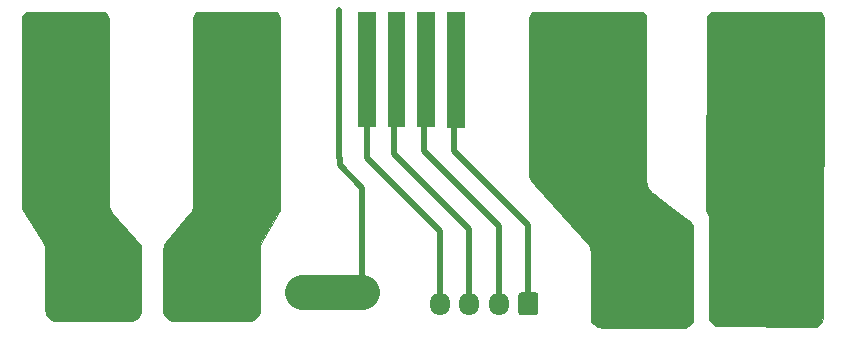
<source format=gbr>
%TF.GenerationSoftware,KiCad,Pcbnew,5.99.0-unknown-r18419-5b078893*%
%TF.CreationDate,2020-05-18T11:46:59+06:00*%
%TF.ProjectId,Flatpack,466c6174-7061-4636-9b2e-6b696361645f,rev?*%
%TF.SameCoordinates,Original*%
%TF.FileFunction,Copper,L1,Top*%
%TF.FilePolarity,Positive*%
%FSLAX46Y46*%
G04 Gerber Fmt 4.6, Leading zero omitted, Abs format (unit mm)*
G04 Created by KiCad (PCBNEW 5.99.0-unknown-r18419-5b078893) date 2020-05-18 11:46:59*
%MOMM*%
%LPD*%
G01*
G04 APERTURE LIST*
%TA.AperFunction,ComponentPad*%
%ADD10O,1.700000X1.950000*%
%TD*%
%TA.AperFunction,ComponentPad*%
%ADD11C,2.600000*%
%TD*%
%TA.AperFunction,ComponentPad*%
%ADD12R,2.600000X2.600000*%
%TD*%
%TA.AperFunction,ViaPad*%
%ADD13C,0.800000*%
%TD*%
%TA.AperFunction,Conductor*%
%ADD14C,0.500000*%
%TD*%
%TA.AperFunction,Conductor*%
%ADD15C,3.000000*%
%TD*%
%TA.AperFunction,Conductor*%
%ADD16C,0.250000*%
%TD*%
%TA.AperFunction,Conductor*%
%ADD17C,0.100000*%
%TD*%
G04 APERTURE END LIST*
D10*
%TO.P,J1,4,Pin_4*%
%TO.N,+1V0*%
X135950000Y-105000000D03*
%TO.P,J1,3,Pin_3*%
%TO.N,GNDD*%
X138450000Y-105000000D03*
%TO.P,J1,2,Pin_2*%
%TO.N,PRI_LO*%
X140950000Y-105000000D03*
%TO.P,J1,1,Pin_1*%
%TO.N,PRI_HI*%
%TA.AperFunction,ComponentPad*%
G36*
G01*
X144300000Y-104275000D02*
X144300000Y-105725000D01*
G75*
G02*
X144050000Y-105975000I-250000J0D01*
G01*
X142850000Y-105975000D01*
G75*
G02*
X142600000Y-105725000I0J250000D01*
G01*
X142600000Y-104275000D01*
G75*
G02*
X142850000Y-104025000I250000J0D01*
G01*
X144050000Y-104025000D01*
G75*
G02*
X144300000Y-104275000I0J-250000D01*
G01*
G37*
%TD.AperFunction*%
%TD*%
D11*
%TO.P,J3,4,Pin_4*%
%TO.N,GND*%
X165810000Y-103980000D03*
%TO.P,J3,3,Pin_3*%
X160730000Y-103980000D03*
%TO.P,J3,2,Pin_2*%
%TO.N,+48V*%
X155650000Y-103980000D03*
D12*
%TO.P,J3,1,Pin_1*%
X150570000Y-103980000D03*
%TD*%
D11*
%TO.P,J2,6,Pin_6*%
%TO.N,Earth*%
X129400000Y-104000000D03*
%TO.P,J2,5,Pin_5*%
X124320000Y-104000000D03*
%TO.P,J2,4,Pin_4*%
%TO.N,NEUT*%
X119240000Y-104000000D03*
%TO.P,J2,3,Pin_3*%
X114160000Y-104000000D03*
%TO.P,J2,2,Pin_2*%
%TO.N,LINE*%
X109080000Y-104000000D03*
D12*
%TO.P,J2,1,Pin_1*%
X104000000Y-104000000D03*
%TD*%
D13*
%TO.N,LINE*%
X101000000Y-96000000D03*
X103000000Y-96000000D03*
X105000000Y-96000000D03*
X107000000Y-96000000D03*
X106000000Y-94000000D03*
X104000000Y-94000000D03*
X102000000Y-94000000D03*
X101000000Y-92000000D03*
X103000000Y-92000000D03*
X105000000Y-92000000D03*
X107000000Y-92000000D03*
%TO.N,NEUT*%
X116000000Y-96000000D03*
X118000000Y-96000000D03*
X120000000Y-96000000D03*
X122000000Y-96000000D03*
X121000000Y-94000000D03*
X119000000Y-94000000D03*
X117000000Y-94000000D03*
X116000000Y-92000000D03*
X118000000Y-92000000D03*
X120000000Y-92000000D03*
X122000000Y-92000000D03*
%TO.N,+48V*%
X144000000Y-92000000D03*
X146000000Y-92000000D03*
X148000000Y-92000000D03*
X150000000Y-92000000D03*
X152000000Y-92000000D03*
X154000000Y-96000000D03*
%TO.N,GND*%
X168000000Y-96000000D03*
X166000000Y-96000000D03*
X164000000Y-96000000D03*
X162000000Y-96000000D03*
X160000000Y-96000000D03*
X159000000Y-94000000D03*
X161000000Y-94000000D03*
X163000000Y-94000000D03*
X165000000Y-94000000D03*
X167000000Y-94000000D03*
X168000000Y-92000000D03*
X166000000Y-92000000D03*
X164000000Y-92000000D03*
X162000000Y-92000000D03*
X160000000Y-92000000D03*
%TO.N,+48V*%
X152000000Y-96000000D03*
X150000000Y-96000000D03*
X148000000Y-96000000D03*
X146000000Y-96000000D03*
X145000000Y-94000000D03*
X147000000Y-94000000D03*
X149000000Y-94000000D03*
X151000000Y-94000000D03*
X153000000Y-94000000D03*
%TD*%
D14*
%TO.N,Earth*%
X127480060Y-93240860D02*
X127480060Y-92674288D01*
X127480060Y-92674288D02*
X127464820Y-92659048D01*
X129400000Y-104000000D02*
X129400000Y-95160800D01*
X127464820Y-92659048D02*
X127464820Y-80152240D01*
X129400000Y-95160800D02*
X127480060Y-93240860D01*
D15*
X124320000Y-104000000D02*
X129400000Y-104000000D01*
D14*
%TO.N,PRI_HI*%
X137200000Y-92040000D02*
X137200000Y-89630000D01*
X137200000Y-89630000D02*
X137520000Y-89310000D01*
X143450000Y-105000000D02*
X143450000Y-98290000D01*
X143450000Y-98290000D02*
X137200000Y-92040000D01*
%TO.N,PRI_LO*%
X134740000Y-92170000D02*
X134660000Y-92090000D01*
X140950000Y-105000000D02*
X140950000Y-98380000D01*
X140950000Y-98380000D02*
X134740000Y-92170000D01*
X134660000Y-92090000D02*
X134660000Y-88960000D01*
%TO.N,GNDD*%
X132110000Y-92310000D02*
X132110000Y-89650000D01*
X138450000Y-105000000D02*
X138450000Y-98650000D01*
X138450000Y-98650000D02*
X132110000Y-92310000D01*
%TO.N,+1V0*%
X135950000Y-105000000D02*
X135950000Y-98800000D01*
X135950000Y-98800000D02*
X129780000Y-92630000D01*
X129780000Y-92630000D02*
X129780000Y-89800000D01*
D16*
X129780000Y-89800000D02*
X129780000Y-88420000D01*
%TD*%
%TO.N,LINE*%
G36*
X107540669Y-80249653D02*
G01*
X107672322Y-80357694D01*
X107790563Y-80501762D01*
X107878423Y-80666124D01*
X107932533Y-80844479D01*
X107951047Y-81032364D01*
X107951782Y-96622976D01*
X107951886Y-96625230D01*
X107969107Y-96811678D01*
X107969934Y-96816116D01*
X108021308Y-96997347D01*
X108022933Y-97001558D01*
X108106617Y-97170320D01*
X108108986Y-97174163D01*
X108221475Y-97323850D01*
X108222912Y-97325589D01*
X110443543Y-99774663D01*
X110550229Y-99916717D01*
X110628001Y-100073911D01*
X110675576Y-100242704D01*
X110691545Y-100419642D01*
X110679574Y-105510958D01*
X110660653Y-105698676D01*
X110606208Y-105876783D01*
X110518080Y-106040867D01*
X110399653Y-106184624D01*
X110255479Y-106302528D01*
X110091081Y-106390066D01*
X109912770Y-106443875D01*
X109724993Y-106462122D01*
X103510545Y-106454438D01*
X103322830Y-106435730D01*
X103144665Y-106381489D01*
X102980493Y-106293558D01*
X102836612Y-106175309D01*
X102718545Y-106031285D01*
X102630816Y-105867004D01*
X102576797Y-105688776D01*
X102558320Y-105501035D01*
X102558320Y-100306455D01*
X102558202Y-100304057D01*
X102538703Y-100105721D01*
X102537767Y-100101007D01*
X102479667Y-99909118D01*
X102477831Y-99904676D01*
X102384039Y-99728835D01*
X102382807Y-99726774D01*
X100717713Y-97229134D01*
X100629071Y-97062980D01*
X100575157Y-96885062D01*
X100556660Y-96697652D01*
X100549461Y-81032844D01*
X100567891Y-80844888D01*
X100621943Y-80666463D01*
X100709777Y-80502013D01*
X100828015Y-80357863D01*
X100960559Y-80249042D01*
X107540669Y-80249653D01*
G37*
D17*
X107540669Y-80249653D02*
X107672322Y-80357694D01*
X107790563Y-80501762D01*
X107878423Y-80666124D01*
X107932533Y-80844479D01*
X107951047Y-81032364D01*
X107951782Y-96622976D01*
X107951886Y-96625230D01*
X107969107Y-96811678D01*
X107969934Y-96816116D01*
X108021308Y-96997347D01*
X108022933Y-97001558D01*
X108106617Y-97170320D01*
X108108986Y-97174163D01*
X108221475Y-97323850D01*
X108222912Y-97325589D01*
X110443543Y-99774663D01*
X110550229Y-99916717D01*
X110628001Y-100073911D01*
X110675576Y-100242704D01*
X110691545Y-100419642D01*
X110679574Y-105510958D01*
X110660653Y-105698676D01*
X110606208Y-105876783D01*
X110518080Y-106040867D01*
X110399653Y-106184624D01*
X110255479Y-106302528D01*
X110091081Y-106390066D01*
X109912770Y-106443875D01*
X109724993Y-106462122D01*
X103510545Y-106454438D01*
X103322830Y-106435730D01*
X103144665Y-106381489D01*
X102980493Y-106293558D01*
X102836612Y-106175309D01*
X102718545Y-106031285D01*
X102630816Y-105867004D01*
X102576797Y-105688776D01*
X102558320Y-105501035D01*
X102558320Y-100306455D01*
X102558202Y-100304057D01*
X102538703Y-100105721D01*
X102537767Y-100101007D01*
X102479667Y-99909118D01*
X102477831Y-99904676D01*
X102384039Y-99728835D01*
X102382807Y-99726774D01*
X100717713Y-97229134D01*
X100629071Y-97062980D01*
X100575157Y-96885062D01*
X100556660Y-96697652D01*
X100549461Y-81032844D01*
X100567891Y-80844888D01*
X100621943Y-80666463D01*
X100709777Y-80502013D01*
X100828015Y-80357863D01*
X100960559Y-80249042D01*
X107540669Y-80249653D01*
%TO.N,NEUT*%
G36*
X122083024Y-80251003D02*
G01*
X122176491Y-80327709D01*
X122294732Y-80471787D01*
X122382590Y-80636158D01*
X122436694Y-80814516D01*
X122455200Y-81002407D01*
X122455200Y-96763215D01*
X122440591Y-96930333D01*
X122397763Y-97090304D01*
X122326919Y-97242366D01*
X120840478Y-99819435D01*
X120839488Y-99821340D01*
X120764306Y-99982882D01*
X120762842Y-99986919D01*
X120716688Y-100160129D01*
X120715950Y-100164359D01*
X120700782Y-100341891D01*
X120700694Y-100344036D01*
X120712917Y-105510308D01*
X120694744Y-105698813D01*
X120640735Y-105877796D01*
X120552749Y-106042747D01*
X120434183Y-106187296D01*
X120289628Y-106305845D01*
X120124667Y-106393817D01*
X119945679Y-106447809D01*
X119757178Y-106465964D01*
X113495878Y-106450576D01*
X113308420Y-106431686D01*
X113130529Y-106377363D01*
X112966618Y-106289447D01*
X112822962Y-106171300D01*
X112705057Y-106027449D01*
X112617417Y-105863395D01*
X112563391Y-105685409D01*
X112544814Y-105497921D01*
X112540807Y-100400097D01*
X112566327Y-100179103D01*
X112640898Y-99972558D01*
X112762438Y-99786233D01*
X114808692Y-97325756D01*
X114810374Y-97323479D01*
X114938692Y-97126861D01*
X114941222Y-97121790D01*
X115021587Y-96899680D01*
X115022888Y-96894165D01*
X115050090Y-96660961D01*
X115050255Y-96658135D01*
X115059602Y-81001835D01*
X115078205Y-80814029D01*
X115132375Y-80635767D01*
X115220271Y-80471489D01*
X115338512Y-80327508D01*
X115432537Y-80250386D01*
X122083024Y-80251003D01*
G37*
X122083024Y-80251003D02*
X122176491Y-80327709D01*
X122294732Y-80471787D01*
X122382590Y-80636158D01*
X122436694Y-80814516D01*
X122455200Y-81002407D01*
X122455200Y-96763215D01*
X122440591Y-96930333D01*
X122397763Y-97090304D01*
X122326919Y-97242366D01*
X120840478Y-99819435D01*
X120839488Y-99821340D01*
X120764306Y-99982882D01*
X120762842Y-99986919D01*
X120716688Y-100160129D01*
X120715950Y-100164359D01*
X120700782Y-100341891D01*
X120700694Y-100344036D01*
X120712917Y-105510308D01*
X120694744Y-105698813D01*
X120640735Y-105877796D01*
X120552749Y-106042747D01*
X120434183Y-106187296D01*
X120289628Y-106305845D01*
X120124667Y-106393817D01*
X119945679Y-106447809D01*
X119757178Y-106465964D01*
X113495878Y-106450576D01*
X113308420Y-106431686D01*
X113130529Y-106377363D01*
X112966618Y-106289447D01*
X112822962Y-106171300D01*
X112705057Y-106027449D01*
X112617417Y-105863395D01*
X112563391Y-105685409D01*
X112544814Y-105497921D01*
X112540807Y-100400097D01*
X112566327Y-100179103D01*
X112640898Y-99972558D01*
X112762438Y-99786233D01*
X114808692Y-97325756D01*
X114810374Y-97323479D01*
X114938692Y-97126861D01*
X114941222Y-97121790D01*
X115021587Y-96899680D01*
X115022888Y-96894165D01*
X115050090Y-96660961D01*
X115050255Y-96658135D01*
X115059602Y-81001835D01*
X115078205Y-80814029D01*
X115132375Y-80635767D01*
X115220271Y-80471489D01*
X115338512Y-80327508D01*
X115432537Y-80250386D01*
X122083024Y-80251003D01*
%TO.N,+1V0*%
G36*
X130451000Y-80251780D02*
G01*
X130451000Y-89971000D01*
X129058951Y-89971000D01*
X129049251Y-80251651D01*
X130451000Y-80251780D01*
G37*
X130451000Y-80251780D02*
X130451000Y-89971000D01*
X129058951Y-89971000D01*
X129049251Y-80251651D01*
X130451000Y-80251780D01*
%TO.N,GNDD*%
G36*
X132951000Y-80252012D02*
G01*
X132951000Y-89961000D01*
X131558951Y-89961000D01*
X131549261Y-80251883D01*
X132951000Y-80252012D01*
G37*
X132951000Y-80252012D02*
X132951000Y-89961000D01*
X131558951Y-89961000D01*
X131549261Y-80251883D01*
X132951000Y-80252012D01*
%TO.N,PRI_LO*%
G36*
X135450513Y-80252244D02*
G01*
X135450513Y-89963482D01*
X134058464Y-89963482D01*
X134048772Y-80252115D01*
X135450513Y-80252244D01*
G37*
X135450513Y-80252244D02*
X135450513Y-89963482D01*
X134058464Y-89963482D01*
X134048772Y-80252115D01*
X135450513Y-80252244D01*
%TO.N,PRI_HI*%
G36*
X137980094Y-80252479D02*
G01*
X137980094Y-90003512D01*
X136588045Y-90003512D01*
X136578313Y-80252350D01*
X137980094Y-80252479D01*
G37*
X137980094Y-80252479D02*
X137980094Y-90003512D01*
X136588045Y-90003512D01*
X136578313Y-80252350D01*
X137980094Y-80252479D01*
%TO.N,+48V*%
G36*
X153082723Y-80253881D02*
G01*
X153172551Y-80327576D01*
X153290796Y-80471592D01*
X153378678Y-80635902D01*
X153432825Y-80814193D01*
X153451395Y-81002029D01*
X153456783Y-94677407D01*
X153456890Y-94679677D01*
X153474425Y-94867446D01*
X153475265Y-94871914D01*
X153527433Y-95054324D01*
X153529082Y-95058561D01*
X153613989Y-95228225D01*
X153616392Y-95232085D01*
X153731125Y-95383185D01*
X153734198Y-95386536D01*
X153873982Y-95513126D01*
X153875735Y-95514572D01*
X157002206Y-97857904D01*
X157133673Y-97976829D01*
X157239741Y-98116028D01*
X157318498Y-98272310D01*
X157367278Y-98440378D01*
X157384650Y-98616798D01*
X157429589Y-106115472D01*
X157411891Y-106305116D01*
X157357919Y-106485232D01*
X157269559Y-106651198D01*
X157150258Y-106796538D01*
X157004695Y-106915553D01*
X156838557Y-107003594D01*
X156658339Y-107057219D01*
X156468654Y-107074553D01*
X149671228Y-107020718D01*
X149484419Y-107000917D01*
X149307306Y-106945944D01*
X149144239Y-106857638D01*
X149001410Y-106739352D01*
X148884261Y-106595594D01*
X148797249Y-106431831D01*
X148743680Y-106254290D01*
X148725360Y-106067337D01*
X148725360Y-100566134D01*
X148725256Y-100563883D01*
X148708077Y-100377614D01*
X148707252Y-100373180D01*
X148655985Y-100192109D01*
X148654364Y-100187901D01*
X148570844Y-100019262D01*
X148568480Y-100015422D01*
X148456202Y-99865805D01*
X148454768Y-99864066D01*
X143756781Y-94674805D01*
X143650511Y-94533171D01*
X143572972Y-94376504D01*
X143525424Y-94208289D01*
X143509270Y-94031954D01*
X143518305Y-81001748D01*
X143536925Y-80813948D01*
X143591105Y-80635702D01*
X143679005Y-80471440D01*
X143797247Y-80327478D01*
X143888020Y-80253028D01*
X153082723Y-80253881D01*
G37*
X153082723Y-80253881D02*
X153172551Y-80327576D01*
X153290796Y-80471592D01*
X153378678Y-80635902D01*
X153432825Y-80814193D01*
X153451395Y-81002029D01*
X153456783Y-94677407D01*
X153456890Y-94679677D01*
X153474425Y-94867446D01*
X153475265Y-94871914D01*
X153527433Y-95054324D01*
X153529082Y-95058561D01*
X153613989Y-95228225D01*
X153616392Y-95232085D01*
X153731125Y-95383185D01*
X153734198Y-95386536D01*
X153873982Y-95513126D01*
X153875735Y-95514572D01*
X157002206Y-97857904D01*
X157133673Y-97976829D01*
X157239741Y-98116028D01*
X157318498Y-98272310D01*
X157367278Y-98440378D01*
X157384650Y-98616798D01*
X157429589Y-106115472D01*
X157411891Y-106305116D01*
X157357919Y-106485232D01*
X157269559Y-106651198D01*
X157150258Y-106796538D01*
X157004695Y-106915553D01*
X156838557Y-107003594D01*
X156658339Y-107057219D01*
X156468654Y-107074553D01*
X149671228Y-107020718D01*
X149484419Y-107000917D01*
X149307306Y-106945944D01*
X149144239Y-106857638D01*
X149001410Y-106739352D01*
X148884261Y-106595594D01*
X148797249Y-106431831D01*
X148743680Y-106254290D01*
X148725360Y-106067337D01*
X148725360Y-100566134D01*
X148725256Y-100563883D01*
X148708077Y-100377614D01*
X148707252Y-100373180D01*
X148655985Y-100192109D01*
X148654364Y-100187901D01*
X148570844Y-100019262D01*
X148568480Y-100015422D01*
X148456202Y-99865805D01*
X148454768Y-99864066D01*
X143756781Y-94674805D01*
X143650511Y-94533171D01*
X143572972Y-94376504D01*
X143525424Y-94208289D01*
X143509270Y-94031954D01*
X143518305Y-81001748D01*
X143536925Y-80813948D01*
X143591105Y-80635702D01*
X143679005Y-80471440D01*
X143797247Y-80327478D01*
X143888020Y-80253028D01*
X153082723Y-80253881D01*
%TO.N,GND*%
G36*
X168193492Y-80329428D02*
G01*
X168311848Y-80474107D01*
X168399610Y-80639145D01*
X168453386Y-80818162D01*
X168471327Y-81006666D01*
X168382001Y-106046480D01*
X168362662Y-106235099D01*
X168307455Y-106413968D01*
X168218272Y-106578551D01*
X168098575Y-106722466D01*
X167952997Y-106840144D01*
X167787187Y-106927016D01*
X167607570Y-106979718D01*
X167418677Y-106996421D01*
X159658840Y-106915674D01*
X159472054Y-106895403D01*
X159295054Y-106839973D01*
X159132186Y-106751235D01*
X158989645Y-106632565D01*
X158872858Y-106488481D01*
X158786264Y-106324461D01*
X158733162Y-106146749D01*
X158715347Y-105959720D01*
X158737505Y-97813957D01*
X158737290Y-97810649D01*
X158711164Y-97614651D01*
X158709408Y-97608251D01*
X158632513Y-97427879D01*
X158632508Y-97427868D01*
X158559421Y-97256656D01*
X158535006Y-97075454D01*
X158548179Y-81010616D01*
X158566796Y-80822949D01*
X158620922Y-80644828D01*
X158708718Y-80480669D01*
X158826826Y-80336760D01*
X158922038Y-80258587D01*
X168096178Y-80249404D01*
X168193492Y-80329428D01*
G37*
X168193492Y-80329428D02*
X168311848Y-80474107D01*
X168399610Y-80639145D01*
X168453386Y-80818162D01*
X168471327Y-81006666D01*
X168382001Y-106046480D01*
X168362662Y-106235099D01*
X168307455Y-106413968D01*
X168218272Y-106578551D01*
X168098575Y-106722466D01*
X167952997Y-106840144D01*
X167787187Y-106927016D01*
X167607570Y-106979718D01*
X167418677Y-106996421D01*
X159658840Y-106915674D01*
X159472054Y-106895403D01*
X159295054Y-106839973D01*
X159132186Y-106751235D01*
X158989645Y-106632565D01*
X158872858Y-106488481D01*
X158786264Y-106324461D01*
X158733162Y-106146749D01*
X158715347Y-105959720D01*
X158737505Y-97813957D01*
X158737290Y-97810649D01*
X158711164Y-97614651D01*
X158709408Y-97608251D01*
X158632513Y-97427879D01*
X158632508Y-97427868D01*
X158559421Y-97256656D01*
X158535006Y-97075454D01*
X158548179Y-81010616D01*
X158566796Y-80822949D01*
X158620922Y-80644828D01*
X158708718Y-80480669D01*
X158826826Y-80336760D01*
X158922038Y-80258587D01*
X168096178Y-80249404D01*
X168193492Y-80329428D01*
%TD*%
M02*

</source>
